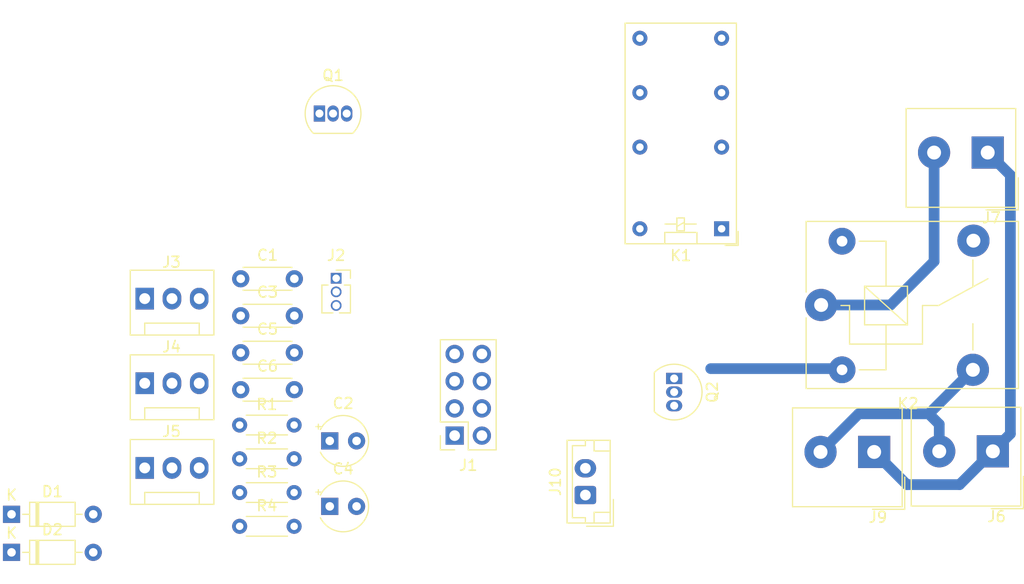
<source format=kicad_pcb>
(kicad_pcb (version 20240108) (generator "pcbnew") (generator_version "8.0")
  (layers (0 "F.Cu" signal) (31 "B.Cu" signal) (34 "B.Paste" user) (35 "F.Paste" user) (36 "B.SilkS" user "B.Silkscreen") (37 "F.SilkS" user "F.Silkscreen") (38 "B.Mask" user) (39 "F.Mask" user) (44 "Edge.Cuts" user))
  (net 0 "")
  (net 1 "+5V")
  (net 2 "GND")
  (net 3 "+3.3V")
  (net 4 "Net-(D1-A)")
  (net 5 "Net-(D2-A)")
  (net 6 "RxD")
  (net 7 "CH_PD")
  (net 8 "TxD")
  (net 9 "GPIO_0")
  (net 10 "GPIO_2")
  (net 11 "Reset")
  (net 12 "IN1_L")
  (net 13 "IN1_R")
  (net 14 "GNDA")
  (net 15 "IN2_L")
  (net 16 "IN2_R")
  (net 17 "OUT_R")
  (net 18 "OUT_L")
  (net 19 "N")
  (net 20 "L_IN")
  (net 21 "L_OUT")
  (net 23 "Net-(Q1-B)")
  (net 24 "Net-(Q2-B)")
  (net 25 "AUX_pin")
  (net 26 "AMP_pin")
  (footprint "Capacitor_THT:C_Disc_D4.3mm_W1.9mm_P5.00mm" (layer "F.Cu") (at 70.985712 76.084)
    (property "Reference" "C5" (at 2.5 -2.2 0) (layer "F.SilkS"))
    (property "Value" "100n")
    (fp_line (start 0.23 -1.07) (end 0.23 -1.055) (stroke (width 0.12)) (layer "F.SilkS"))
    (fp_line (start 0.23 -1.07) (end 4.77 -1.07) (stroke (width 0.12)) (layer "F.SilkS"))
    (fp_line (start 0.23 1.055) (end 0.23 1.07) (stroke (width 0.12)) (layer "F.SilkS"))
    (fp_line (start 0.23 1.07) (end 4.77 1.07) (stroke (width 0.12)) (layer "F.SilkS"))
    (fp_line (start 4.77 -1.07) (end 4.77 -1.055) (stroke (width 0.12)) (layer "F.SilkS"))
    (fp_line (start 4.77 1.055) (end 4.77 1.07) (stroke (width 0.12)) (layer "F.SilkS"))
    (pad "1" thru_hole circle (at 0 0) (size 1.6 1.6) (drill 0.8) (layers "*.Cu" "*.Mask") (net 1 "+5V"))
    (pad "2" thru_hole circle (at 5 0) (size 1.6 1.6) (drill 0.8) (layers "*.Cu" "*.Mask") (net 2 "GND"))
  )
  (footprint "Resistor_THT:R_Axial_DIN0204_L3.6mm_D1.6mm_P5.08mm_Horizontal" (layer "F.Cu") (at 70.885712 92.284)
    (property "Reference" "R4" (at 2.54 -1.92 0) (layer "F.SilkS"))
    (property "Value" "2k")
    (fp_line (start 0.62 -0.92) (end 4.46 -0.92) (stroke (width 0.12)) (layer "F.SilkS"))
    (fp_line (start 0.62 0.92) (end 4.46 0.92) (stroke (width 0.12)) (layer "F.SilkS"))
    (pad "1" thru_hole circle (at 0 0) (size 1.4 1.4) (drill 0.7) (layers "*.Cu" "*.Mask") (net 26 "AMP_pin"))
    (pad "2" thru_hole oval (at 5.08 0) (size 1.4 1.4) (drill 0.7) (layers "*.Cu" "*.Mask") (net 24 "Net-(Q2-B)"))
  )
  (footprint "Capacitor_THT:CP_Radial_Tantal_D4.5mm_P2.50mm" (layer "F.Cu") (at 79.288 90.424)
    (property "Reference" "C4" (at 1.25 -3.5 0) (layer "F.SilkS"))
    (property "Value" "100u")
    (fp_line (start -1.287288 -1.335) (end -0.837288 -1.335) (stroke (width 0.12)) (layer "F.SilkS"))
    (fp_line (start -1.062288 -1.56) (end -1.062288 -1.11) (stroke (width 0.12)) (layer "F.SilkS"))
    (fp_arc (start -0.869741 -1.06) (mid 3.62 0) (end -0.869741 1.06) (stroke (width 0.12)) (layer "F.SilkS"))
    (pad "1" thru_hole rect (at 0 0) (size 1.6 1.6) (drill 0.8) (layers "*.Cu" "*.Mask") (net 1 "+5V"))
    (pad "2" thru_hole circle (at 2.5 0) (size 1.6 1.6) (drill 0.8) (layers "*.Cu" "*.Mask") (net 2 "GND"))
  )
  (footprint "Package_TO_SOT_THT:TO-92_Inline" (layer "F.Cu") (at 111.4 78.486 -90)
    (property "Reference" "Q2" (at 1.27 -3.56 90) (layer "F.SilkS"))
    (property "Value" "BC337")
    (fp_line (start -0.53 1.85) (end 3.07 1.85) (stroke (width 0.12)) (layer "F.SilkS"))
    (fp_arc (start -0.568478 1.838478) (mid -1.132087 -0.994977) (end 1.27 -2.6) (stroke (width 0.12)) (layer "F.SilkS"))
    (fp_arc (start 1.27 -2.6) (mid 3.672087 -0.994977) (end 3.108478 1.838478) (stroke (width 0.12)) (layer "F.SilkS"))
    (pad "1" thru_hole rect (at 0 0 270) (size 1.05 1.5) (drill 0.75) (layers "*.Cu" "*.Mask") (net 4 "Net-(D1-A)"))
    (pad "2" thru_hole oval (at 1.27 0 270) (size 1.05 1.5) (drill 0.75) (layers "*.Cu" "*.Mask") (net 24 "Net-(Q2-B)"))
    (pad "3" thru_hole oval (at 2.54 0 270) (size 1.05 1.5) (drill 0.75) (layers "*.Cu" "*.Mask") (net 2 "GND"))
  )
  (footprint "Diode_THT:D_DO-35_SOD27_P7.62mm_Horizontal" (layer "F.Cu") (at 49.615712 91.164)
    (property "Reference" "D1" (at 3.81 -2.12 0) (layer "F.SilkS"))
    (property "Value" "1N4148")
    (fp_line (start 1.04 0) (end 1.69 0) (stroke (width 0.12)) (layer "F.SilkS"))
    (fp_line (start 1.69 -1.12) (end 1.69 1.12) (stroke (width 0.12)) (layer "F.SilkS"))
    (fp_line (start 1.69 1.12) (end 5.93 1.12) (stroke (width 0.12)) (layer "F.SilkS"))
    (fp_line (start 2.29 -1.12) (end 2.29 1.12) (stroke (width 0.12)) (layer "F.SilkS"))
    (fp_line (start 2.41 -1.12) (end 2.41 1.12) (stroke (width 0.12)) (layer "F.SilkS"))
    (fp_line (start 2.53 -1.12) (end 2.53 1.12) (stroke (width 0.12)) (layer "F.SilkS"))
    (fp_line (start 5.93 -1.12) (end 1.69 -1.12) (stroke (width 0.12)) (layer "F.SilkS"))
    (fp_line (start 5.93 1.12) (end 5.93 -1.12) (stroke (width 0.12)) (layer "F.SilkS"))
    (fp_line (start 6.58 0) (end 5.93 0) (stroke (width 0.12)) (layer "F.SilkS"))
    (fp_text user "K" (at 0 -1.8 0) (layer "F.SilkS"))
    (pad "1" thru_hole rect (at 0 0) (size 1.6 1.6) (drill 0.8) (layers "*.Cu" "*.Mask") (net 1 "+5V"))
    (pad "2" thru_hole oval (at 7.62 0) (size 1.6 1.6) (drill 0.8) (layers "*.Cu" "*.Mask") (net 4 "Net-(D1-A)"))
  )
  (footprint "TerminalBlock_Altech:Altech_AK100_1x02_P5.00mm" (layer "F.Cu") (at 130.048 85.344 180)
    (property "Reference" "J9" (at -0.35 -6.09 360) (layer "F.SilkS"))
    (property "Value" "LIVE_OUT_SMP")
    (fp_line (start 7.61 -5.11) (end 7.61 4.11) (stroke (width 0.12)) (layer "F.SilkS"))
    (fp_line (start -2.61 4.11) (end 7.61 4.11) (stroke (width 0.12)) (layer "F.SilkS"))
    (fp_line (start -2.61 -5.11) (end 7.61 -5.11) (stroke (width 0.12)) (layer "F.SilkS"))
    (fp_line (start -2.61 -5.11) (end -2.61 4.11) (stroke (width 0.12)) (layer "F.SilkS"))
    (fp_line (start -2.85 -2.35) (end -2.85 -5.35) (stroke (width 0.12)) (layer "F.SilkS"))
    (fp_line (start -2.85 -5.35) (end 0.15 -5.35) (stroke (width 0.12)) (layer "F.SilkS"))
    (pad "1" thru_hole rect (at 0 0 180) (size 3 3) (drill 1.3) (layers "*.Cu" "*.Mask") (net 19 "N"))
    (pad "2" thru_hole circle (at 5 0 180) (size 3 3) (drill 1.3) (layers "*.Cu" "*.Mask") (net 20 "L_IN"))
  )
  (footprint "Capacitor_THT:C_Disc_D4.3mm_W1.9mm_P5.00mm" (layer "F.Cu") (at 70.985712 72.634)
    (property "Reference" "C3" (at 2.5 -2.2 0) (layer "F.SilkS"))
    (property "Value" "100n")
    (fp_line (start 0.23 -1.07) (end 0.23 -1.055) (stroke (width 0.12)) (layer "F.SilkS"))
    (fp_line (start 0.23 -1.07) (end 4.77 -1.07) (stroke (width 0.12)) (layer "F.SilkS"))
    (fp_line (start 0.23 1.055) (end 0.23 1.07) (stroke (width 0.12)) (layer "F.SilkS"))
    (fp_line (start 0.23 1.07) (end 4.77 1.07) (stroke (width 0.12)) (layer "F.SilkS"))
    (fp_line (start 4.77 -1.07) (end 4.77 -1.055) (stroke (width 0.12)) (layer "F.SilkS"))
    (fp_line (start 4.77 1.055) (end 4.77 1.07) (stroke (width 0.12)) (layer "F.SilkS"))
    (pad "1" thru_hole circle (at 0 0) (size 1.6 1.6) (drill 0.8) (layers "*.Cu" "*.Mask") (net 3 "+3.3V"))
    (pad "2" thru_hole circle (at 5 0) (size 1.6 1.6) (drill 0.8) (layers "*.Cu" "*.Mask") (net 2 "GND"))
  )
  (footprint "Capacitor_THT:CP_Radial_Tantal_D4.5mm_P2.50mm" (layer "F.Cu") (at 79.288 84.314)
    (property "Reference" "C2" (at 1.25 -3.5 0) (layer "F.SilkS"))
    (property "Value" "100u")
    (fp_line (start -1.287288 -1.335) (end -0.837288 -1.335) (stroke (width 0.12)) (layer "F.SilkS"))
    (fp_line (start -1.062288 -1.56) (end -1.062288 -1.11) (stroke (width 0.12)) (layer "F.SilkS"))
    (fp_arc (start -0.869741 -1.06) (mid 3.62 0) (end -0.869741 1.06) (stroke (width 0.12)) (layer "F.SilkS"))
    (pad "1" thru_hole rect (at 0 0) (size 1.6 1.6) (drill 0.8) (layers "*.Cu" "*.Mask") (net 3 "+3.3V"))
    (pad "2" thru_hole circle (at 2.5 0) (size 1.6 1.6) (drill 0.8) (layers "*.Cu" "*.Mask") (net 2 "GND"))
  )
  (footprint "Diode_THT:D_DO-35_SOD27_P7.62mm_Horizontal" (layer "F.Cu") (at 49.615712 94.714)
    (property "Reference" "D2" (at 3.81 -2.12 0) (layer "F.SilkS"))
    (property "Value" "1N4148")
    (fp_line (start 1.04 0) (end 1.69 0) (stroke (width 0.12)) (layer "F.SilkS"))
    (fp_line (start 1.69 -1.12) (end 1.69 1.12) (stroke (width 0.12)) (layer "F.SilkS"))
    (fp_line (start 1.69 1.12) (end 5.93 1.12) (stroke (width 0.12)) (layer "F.SilkS"))
    (fp_line (start 2.29 -1.12) (end 2.29 1.12) (stroke (width 0.12)) (layer "F.SilkS"))
    (fp_line (start 2.41 -1.12) (end 2.41 1.12) (stroke (width 0.12)) (layer "F.SilkS"))
    (fp_line (start 2.53 -1.12) (end 2.53 1.12) (stroke (width 0.12)) (layer "F.SilkS"))
    (fp_line (start 5.93 -1.12) (end 1.69 -1.12) (stroke (width 0.12)) (layer "F.SilkS"))
    (fp_line (start 5.93 1.12) (end 5.93 -1.12) (stroke (width 0.12)) (layer "F.SilkS"))
    (fp_line (start 6.58 0) (end 5.93 0) (stroke (width 0.12)) (layer "F.SilkS"))
    (fp_text user "K" (at 0 -1.8 0) (layer "F.SilkS"))
    (pad "1" thru_hole rect (at 0 0) (size 1.6 1.6) (drill 0.8) (layers "*.Cu" "*.Mask") (net 1 "+5V"))
    (pad "2" thru_hole oval (at 7.62 0) (size 1.6 1.6) (drill 0.8) (layers "*.Cu" "*.Mask") (net 5 "Net-(D2-A)"))
  )
  (footprint "Connector:FanPinHeader_1x03_P2.54mm_Vertical" (layer "F.Cu") (at 62.035712 78.934)
    (property "Reference" "J4" (at 2.5 -3.4 0) (layer "F.SilkS"))
    (property "Value" "INPUT_2")
    (fp_line (start -1.35 -2.65) (end 6.45 -2.65) (stroke (width 0.12)) (layer "F.SilkS"))
    (fp_line (start -1.35 3.4) (end -1.35 -2.65) (stroke (width 0.12)) (layer "F.SilkS"))
    (fp_line (start 0 2.29) (end 5.08 2.29) (stroke (width 0.12)) (layer "F.SilkS"))
    (fp_line (start 0 3.3) (end 0 2.29) (stroke (width 0.12)) (layer "F.SilkS"))
    (fp_line (start 5.08 2.29) (end 5.08 3.3) (stroke (width 0.12)) (layer "F.SilkS"))
    (fp_line (start 6.45 -2.65) (end 6.45 3.4) (stroke (width 0.12)) (layer "F.SilkS"))
    (fp_line (start 6.45 3.4) (end -1.35 3.4) (stroke (width 0.12)) (layer "F.SilkS"))
    (pad "1" thru_hole rect (at 0 0 90) (size 2.03 1.73) (drill 1.02) (layers "*.Cu" "*.Mask") (net 14 "GNDA"))
    (pad "2" thru_hole oval (at 2.54 0 90) (size 2.03 1.73) (drill 1.02) (layers "*.Cu" "*.Mask") (net 15 "IN2_L"))
    (pad "3" thru_hole oval (at 5.08 0 90) (size 2.03 1.73) (drill 1.02) (layers "*.Cu" "*.Mask") (net 16 "IN2_R"))
  )
  (footprint "Capacitor_THT:C_Disc_D4.3mm_W1.9mm_P5.00mm" (layer "F.Cu") (at 70.985712 79.534)
    (property "Reference" "C6" (at 2.5 -2.2 0) (layer "F.SilkS"))
    (property "Value" "100n")
    (fp_line (start 0.23 -1.07) (end 0.23 -1.055) (stroke (width 0.12)) (layer "F.SilkS"))
    (fp_line (start 0.23 -1.07) (end 4.77 -1.07) (stroke (width 0.12)) (layer "F.SilkS"))
    (fp_line (start 0.23 1.055) (end 0.23 1.07) (stroke (width 0.12)) (layer "F.SilkS"))
    (fp_line (start 0.23 1.07) (end 4.77 1.07) (stroke (width 0.12)) (layer "F.SilkS"))
    (fp_line (start 4.77 -1.07) (end 4.77 -1.055) (stroke (width 0.12)) (layer "F.SilkS"))
    (fp_line (start 4.77 1.055) (end 4.77 1.07) (stroke (width 0.12)) (layer "F.SilkS"))
    (pad "1" thru_hole circle (at 0 0) (size 1.6 1.6) (drill 0.8) (layers "*.Cu" "*.Mask") (net 1 "+5V"))
    (pad "2" thru_hole circle (at 5 0) (size 1.6 1.6) (drill 0.8) (layers "*.Cu" "*.Mask") (net 2 "GND"))
  )
  (footprint "Connector_JST:JST_EH_B2B-EH-A_1x02_P2.50mm_Vertical" (layer "F.Cu") (at 103.124 89.368 90)
    (property "Reference" "J10" (at 1.25 -2.8 90) (layer "F.SilkS"))
    (property "Value" "5V_IN")
    (fp_line (start 5.11 -1.71) (end -2.61 -1.71) (stroke (width 0.12)) (layer "F.SilkS"))
    (fp_line (start -2.61 -1.71) (end -2.61 2.31) (stroke (width 0.12)) (layer "F.SilkS"))
    (fp_line (start 4.61 -1.21) (end 4.61 0) (stroke (width 0.12)) (layer "F.SilkS"))
    (fp_line (start -2.11 -1.21) (end 4.61 -1.21) (stroke (width 0.12)) (layer "F.SilkS"))
    (fp_line (start 4.61 0) (end 5.11 0) (stroke (width 0.12)) (layer "F.SilkS"))
    (fp_line (start -2.11 0) (end -2.11 -1.21) (stroke (width 0.12)) (layer "F.SilkS"))
    (fp_line (start -2.61 0) (end -2.11 0) (stroke (width 0.12)) (layer "F.SilkS"))
    (fp_line (start -2.91 0.11) (end -2.91 2.61) (stroke (width 0.12)) (layer "F.SilkS"))
    (fp_line (start 5.11 0.81) (end 4.11 0.81) (stroke (width 0.12)) (layer "F.SilkS"))
    (fp_line (start 4.11 0.81) (end 4.11 2.31) (stroke (width 0.12)) (layer "F.SilkS"))
    (fp_line (start -1.61 0.81) (end -1.61 2.31) (stroke (width 0.12)) (layer "F.SilkS"))
    (fp_line (start -2.61 0.81) (end -1.61 0.81) (stroke (width 0.12)) (layer "F.SilkS"))
    (fp_line (start 5.11 2.31) (end 5.11 -1.71) (stroke (width 0.12)) (layer "F.SilkS"))
    (fp_line (start -2.61 2.31) (end 5.11 2.31) (stroke (width 0.12)) (layer "F.SilkS"))
    (fp_line (start -2.91 2.61) (end -0.41 2.61) (stroke (width 0.12)) (layer "F.SilkS"))
    (pad "1" thru_hole roundrect (at 0 0 90) (size 1.7 2) (drill 1) (layers "*.Cu" "*.Mask") (roundrect_rratio 0.147059) (net 2 "GND"))
    (pad "2" thru_hole oval (at 2.5 0 90) (size 1.7 2) (drill 1) (layers "*.Cu" "*.Mask") (net 1 "+5V"))
  )
  (footprint "Capacitor_THT:C_Disc_D4.3mm_W1.9mm_P5.00mm" (layer "F.Cu") (at 70.985712 69.184)
    (property "Reference" "C1" (at 2.5 -2.2 0) (layer "F.SilkS"))
    (property "Value" "100n")
    (fp_line (start 0.23 -1.07) (end 0.23 -1.055) (stroke (width 0.12)) (layer "F.SilkS"))
    (fp_line (start 0.23 -1.07) (end 4.77 -1.07) (stroke (width 0.12)) (layer "F.SilkS"))
    (fp_line (start 0.23 1.055) (end 0.23 1.07) (stroke (width 0.12)) (layer "F.SilkS"))
    (fp_line (start 0.23 1.07) (end 4.77 1.07) (stroke (width 0.12)) (layer "F.SilkS"))
    (fp_line (start 4.77 -1.07) (end 4.77 -1.055) (stroke (width 0.12)) (layer "F.SilkS"))
    (fp_line (start 4.77 1.055) (end 4.77 1.07) (stroke (width 0.12)) (layer "F.SilkS"))
    (pad "1" thru_hole circle (at 0 0) (size 1.6 1.6) (drill 0.8) (layers "*.Cu" "*.Mask") (net 1 "+5V"))
    (pad "2" thru_hole circle (at 5 0) (size 1.6 1.6) (drill 0.8) (layers "*.Cu" "*.Mask") (net 2 "GND"))
  )
  (footprint "Relay_THT:Relay_SPDT_SANYOU_SRD_Series_Form_C" (layer "F.Cu") (at 125.104 71.628)
    (property "Reference" "K2" (at 8.1 9.2 360) (layer "F.SilkS"))
    (property "Value" "SANYOU_SRD_Form_C")
    (fp_line (start -1.4 -7.8) (end -1.4 -1.2) (stroke (width 0.12)) (layer "F.SilkS"))
    (fp_line (start -1.4 -7.8) (end 18.4 -7.8) (stroke (width 0.12)) (layer "F.SilkS"))
    (fp_line (start -1.4 1.2) (end -1.4 7.8) (stroke (width 0.12)) (layer "F.SilkS"))
    (fp_line (start 2.65 0.05) (end 1.85 0.05) (stroke (width 0.12)) (layer "F.SilkS"))
    (fp_line (start 2.65 0.05) (end 2.65 3.65) (stroke (width 0.12)) (layer "F.SilkS"))
    (fp_line (start 3.55 6.05) (end 6.05 6.05) (stroke (width 0.12)) (layer "F.SilkS"))
    (fp_line (start 4.05 -1.75) (end 8.05 -1.75) (stroke (width 0.12)) (layer "F.SilkS"))
    (fp_line (start 4.05 1.85) (end 4.05 -1.75) (stroke (width 0.12)) (layer "F.SilkS"))
    (fp_line (start 6.05 -5.95) (end 3.55 -5.95) (stroke (width 0.12)) (layer "F.SilkS"))
    (fp_line (start 6.05 -5.95) (end 6.05 -1.75) (stroke (width 0.12)) (layer "F.SilkS"))
    (fp_line (start 6.05 1.85) (end 6.05 6.05) (stroke (width 0.12)) (layer "F.SilkS"))
    (fp_line (start 8.05 -1.75) (end 8.05 1.85) (stroke (width 0.12)) (layer "F.SilkS"))
    (fp_line (start 8.05 1.85) (end 4.05 -1.75) (stroke (width 0.12)) (layer "F.SilkS"))
    (fp_line (start 8.05 1.85) (end 4.05 1.85) (stroke (width 0.12)) (layer "F.SilkS"))
    (fp_line (start 9.45 0.05) (end 9.45 3.65) (stroke (width 0.12)) (layer "F.SilkS"))
    (fp_line (start 9.45 0.05) (end 10.95 0.05) (stroke (width 0.12)) (layer "F.SilkS"))
    (fp_line (start 9.45 3.65) (end 2.65 3.65) (stroke (width 0.12)) (layer "F.SilkS"))
    (fp_line (start 10.95 0.05) (end 15.55 -2.45) (stroke (width 0.12)) (layer "F.SilkS"))
    (fp_line (start 14.15 -4.2) (end 14.15 -1.7) (stroke (width 0.12)) (layer "F.SilkS"))
    (fp_line (start 14.15 4.2) (end 14.15 1.75) (stroke (width 0.12)) (layer "F.SilkS"))
    (fp_line (start 18.4 -7.8) (end 18.4 7.8) (stroke (width 0.12)) (layer "F.SilkS"))
    (fp_line (start 18.4 7.8) (end -1.4 7.8) (stroke (width 0.12)) (layer "F.SilkS"))
    (pad "1" thru_hole circle (at 0 0 90) (size 3 3) (drill 1.3) (layers "*.Cu" "*.Mask") (net 21 "L_OUT"))
    (pad "2" thru_hole circle (at 1.95 6.05 90) (size 2.5 2.5) (drill 1) (layers "*.Cu" "*.Mask") (net 4 "Net-(D1-A)"))
    (pad "3" thru_hole circle (at 14.15 6.05 90) (size 3 3) (drill 1.3) (layers "*.Cu" "*.Mask") (net 20 "L_IN"))
    (pad "4" thru_hole circle (at 14.2 -6 90) (size 3 3) (drill 1.3) (layers "*.Cu" "*.Mask"))
    (pad "5" thru_hole circle (at 1.95 -5.95 90) (size 2.5 2.5) (drill 1) (layers "*.Cu" "*.Mask") (net 1 "+5V"))
  )
  (footprint "Connector:FanPinHeader_1x03_P2.54mm_Vertical" (layer "F.Cu") (at 62.035712 86.834)
    (property "Reference" "J5" (at 2.5 -3.4 0) (layer "F.SilkS"))
    (property "Value" "OUTPUT")
    (fp_line (start -1.35 -2.65) (end 6.45 -2.65) (stroke (width 0.12)) (layer "F.SilkS"))
    (fp_line (start -1.35 3.4) (end -1.35 -2.65) (stroke (width 0.12)) (layer "F.SilkS"))
    (fp_line (start 0 2.29) (end 5.08 2.29) (stroke (width 0.12)) (layer "F.SilkS"))
    (fp_line (start 0 3.3) (end 0 2.29) (stroke (width 0.12)) (layer "F.SilkS"))
    (fp_line (start 5.08 2.29) (end 5.08 3.3) (stroke (width 0.12)) (layer "F.SilkS"))
    (fp_line (start 6.45 -2.65) (end 6.45 3.4) (stroke (width 0.12)) (layer "F.SilkS"))
    (fp_line (start 6.45 3.4) (end -1.35 3.4) (stroke (width 0.12)) (layer "F.SilkS"))
    (pad "1" thru_hole rect (at 0 0 90) (size 2.03 1.73) (drill 1.02) (layers "*.Cu" "*.Mask") (net 14 "GNDA"))
    (pad "2" thru_hole oval (at 2.54 0 90) (size 2.03 1.73) (drill 1.02) (layers "*.Cu" "*.Mask") (net 18 "OUT_L"))
    (pad "3" thru_hole oval (at 5.08 0 90) (size 2.03 1.73) (drill 1.02) (layers "*.Cu" "*.Mask") (net 17 "OUT_R"))
  )
  (footprint "TerminalBlock_Altech:Altech_AK100_1x02_P5.00mm" (layer "F.Cu") (at 140.636 57.404 180)
    (property "Reference" "J7" (at -0.35 -6.09 360) (layer "F.SilkS"))
    (property "Value" "LIVE_OUT")
    (fp_line (start 7.61 -5.11) (end 7.61 4.11) (stroke (width 0.12)) (layer "F.SilkS"))
    (fp_line (start -2.61 4.11) (end 7.61 4.11) (stroke (width 0.12)) (layer "F.SilkS"))
    (fp_line (start -2.61 -5.11) (end 7.61 -5.11) (stroke (width 0.12)) (layer "F.SilkS"))
    (fp_line (start -2.61 -5.11) (end -2.61 4.11) (stroke (width 0.12)) (layer "F.SilkS"))
    (fp_line (start -2.85 -2.35) (end -2.85 -5.35) (stroke (width 0.12)) (layer "F.SilkS"))
    (fp_line (start -2.85 -5.35) (end 0.15 -5.35) (stroke (width 0.12)) (layer "F.SilkS"))
    (pad "1" thru_hole rect (at 0 0 180) (size 3 3) (drill 1.3) (layers "*.Cu" "*.Mask") (net 19 "N"))
    (pad "2" thru_hole circle (at 5 0 180) (size 3 3) (drill 1.3) (layers "*.Cu" "*.Mask") (net 21 "L_OUT"))
  )
  (footprint "Resistor_THT:R_Axial_DIN0204_L3.6mm_D1.6mm_P5.08mm_Horizontal" (layer "F.Cu") (at 70.885712 82.834)
    (property "Reference" "R1" (at 2.54 -1.92 0) (layer "F.SilkS"))
    (property "Value" "2k")
    (fp_line (start 0.62 -0.92) (end 4.46 -0.92) (stroke (width 0.12)) (layer "F.SilkS"))
    (fp_line (start 0.62 0.92) (end 4.46 0.92) (stroke (width 0.12)) (layer "F.SilkS"))
    (pad "1" thru_hole circle (at 0 0) (size 1.4 1.4) (drill 0.7) (layers "*.Cu" "*.Mask") (net 25 "AUX_pin"))
    (pad "2" thru_hole oval (at 5.08 0) (size 1.4 1.4) (drill 0.7) (layers "*.Cu" "*.Mask") (net 23 "Net-(Q1-B)"))
  )
  (footprint "Package_TO_SOT_THT:TO-92_Inline" (layer "F.Cu") (at 78.325712 53.764)
    (property "Reference" "Q1" (at 1.27 -3.56 0) (layer "F.SilkS"))
    (property "Value" "BC337")
    (fp_line (start -0.53 1.85) (end 3.07 1.85) (stroke (width 0.12)) (layer "F.SilkS"))
    (fp_arc (start -0.568478 1.838478) (mid -1.132087 -0.994977) (end 1.27 -2.6) (stroke (width 0.12)) (layer "F.SilkS"))
    (fp_arc (start 1.27 -2.6) (mid 3.672087 -0.994977) (end 3.108478 1.838478) (stroke (width 0.12)) (layer "F.SilkS"))
    (pad "1" thru_hole rect (at 0 0) (size 1.05 1.5) (drill 0.75) (layers "*.Cu" "*.Mask") (net 5 "Net-(D2-A)"))
    (pad "2" thru_hole oval (at 1.27 0) (size 1.05 1.5) (drill 0.75) (layers "*.Cu" "*.Mask") (net 23 "Net-(Q1-B)"))
    (pad "3" thru_hole oval (at 2.54 0) (size 1.05 1.5) (drill 0.75) (layers "*.Cu" "*.Mask") (net 2 "GND"))
  )
  (footprint "Connector_PinSocket_2.54mm:PinSocket_2x04_P2.54mm_Vertical" (layer "F.Cu") (at 90.932 83.82 180)
    (property "Reference" "J1" (at -1.27 -2.77 360) (layer "F.SilkS"))
    (property "Value" "Conn_02x04_Counter_Clockwise")
    (fp_line (start 1.33 1.27) (end 1.33 8.95) (stroke (width 0.12)) (layer "F.SilkS"))
    (fp_line (start 1.33 -1.33) (end 1.33 0) (stroke (width 0.12)) (layer "F.SilkS"))
    (fp_line (start 0 -1.33) (end 1.33 -1.33) (stroke (width 0.12)) (layer "F.SilkS"))
    (fp_line (start -1.27 1.27) (end 1.33 1.27) (stroke (width 0.12)) (layer "F.SilkS"))
    (fp_line (start -1.27 -1.33) (end -1.27 1.27) (stroke (width 0.12)) (layer "F.SilkS"))
    (fp_line (start -3.87 8.95) (end 1.33 8.95) (stroke (width 0.12)) (layer "F.SilkS"))
    (fp_line (start -3.87 -1.33) (end -1.27 -1.33) (stroke (width 0.12)) (layer "F.SilkS"))
    (fp_line (start -3.87 -1.33) (end -3.87 8.95) (stroke (width 0.12)) (layer "F.SilkS"))
    (pad "1" thru_hole rect (at 0 0 180) (size 1.7 1.7) (drill 1) (layers "*.Cu" "*.Mask") (net 6 "RxD"))
    (pad "2" thru_hole oval (at -2.54 0 180) (size 1.7 1.7) (drill 1) (layers "*.Cu" "*.Mask") (net 9 "GPIO_0"))
    (pad "3" thru_hole oval (at 0 2.54 180) (size 1.7 1.7) (drill 1) (layers "*.Cu" "*.Mask") (net 10 "GPIO_2"))
    (pad "4" thru_hole oval (at -2.54 2.54 180) (size 1.7 1.7) (drill 1) (layers "*.Cu" "*.Mask") (net 2 "GND"))
    (pad "5" thru_hole oval (at 0 5.08 180) (size 1.7 1.7) (drill 1) (layers "*.Cu" "*.Mask") (net 8 "TxD"))
    (pad "6" thru_hole oval (at -2.54 5.08 180) (size 1.7 1.7) (drill 1) (layers "*.Cu" "*.Mask") (net 7 "CH_PD"))
    (pad "7" thru_hole oval (at 0 7.62 180) (size 1.7 1.7) (drill 1) (layers "*.Cu" "*.Mask") (net 11 "Reset"))
    (pad "8" thru_hole oval (at -2.54 7.62 180) (size 1.7 1.7) (drill 1) (layers "*.Cu" "*.Mask") (net 3 "+3.3V"))
  )
  (footprint "Resistor_THT:R_Axial_DIN0204_L3.6mm_D1.6mm_P5.08mm_Horizontal" (layer "F.Cu") (at 70.885712 89.134)
    (property "Reference" "R3" (at 2.54 -1.92 0) (layer "F.SilkS"))
    (property "Value" "10k")
    (fp_line (start 0.62 -0.92) (end 4.46 -0.92) (stroke (width 0.12)) (layer "F.SilkS"))
    (fp_line (start 0.62 0.92) (end 4.46 0.92) (stroke (width 0.12)) (layer "F.SilkS"))
    (pad "1" thru_hole circle (at 0 0) (size 1.4 1.4) (drill 0.7) (layers "*.Cu" "*.Mask") (net 2 "GND"))
    (pad "2" thru_hole oval (at 5.08 0) (size 1.4 1.4) (drill 0.7) (layers "*.Cu" "*.Mask") (net 26 "AMP_pin"))
  )
  (footprint "TerminalBlock_Altech:Altech_AK100_1x02_P5.00mm" (layer "F.Cu") (at 141.1165 85.2845 180)
    (property "Reference" "J6" (at -0.35 -6.09 360) (layer "F.SilkS"))
    (property "Value" "LIVE_IN")
    (fp_line (start 7.61 -5.11) (end 7.61 4.11) (stroke (width 0.12)) (layer "F.SilkS"))
    (fp_line (start -2.61 4.11) (end 7.61 4.11) (stroke (width 0.12)) (layer "F.SilkS"))
    (fp_line (start -2.61 -5.11) (end 7.61 -5.11) (stroke (width 0.12)) (layer "F.SilkS"))
    (fp_line (start -2.61 -5.11) (end -2.61 4.11) (stroke (width 0.12)) (layer "F.SilkS"))
    (fp_line (start -2.85 -2.35) (end -2.85 -5.35) (stroke (width 0.12)) (layer "F.SilkS"))
    (fp_line (start -2.85 -5.35) (end 0.15 -5.35) (stroke (width 0.12)) (layer "F.SilkS"))
    (pad "1" thru_hole rect (at 0 0 180) (size 3 3) (drill 1.3) (layers "*.Cu" "*.Mask") (net 19 "N"))
    (pad "2" thru_hole circle (at 5 0 180) (size 3 3) (drill 1.3) (layers "*.Cu" "*.Mask") (net 20 "L_IN"))
  )
  (footprint "Resistor_THT:R_Axial_DIN0204_L3.6mm_D1.6mm_P5.08mm_Horizontal" (layer "F.Cu") (at 70.885712 85.984)
    (property "Reference" "R2" (at 2.54 -1.92 0) (layer "F.SilkS"))
    (property "Value" "10k")
    (fp_line (start 0.62 -0.92) (end 4.46 -0.92) (stroke (width 0.12)) (layer "F.SilkS"))
    (fp_line (start 0.62 0.92) (end 4.46 0.92) (stroke (width 0.12)) (layer "F.SilkS"))
    (pad "1" thru_hole circle (at 0 0) (size 1.4 1.4) (drill 0.7) (layers "*.Cu" "*.Mask") (net 2 "GND"))
    (pad "2" thru_hole oval (at 5.08 0) (size 1.4 1.4) (drill 0.7) (layers "*.Cu" "*.Mask") (net 25 "AUX_pin"))
  )
  (footprint "Connector:FanPinHeader_1x03_P2.54mm_Vertical" (layer "F.Cu") (at 62.035712 71.034)
    (property "Reference" "J3" (at 2.5 -3.4 0) (layer "F.SilkS"))
    (property "Value" "INPUT_1")
    (fp_line (start -1.35 -2.65) (end 6.45 -2.65) (stroke (width 0.12)) (layer "F.SilkS"))
    (fp_line (start -1.35 3.4) (end -1.35 -2.65) (stroke (width 0.12)) (layer "F.SilkS"))
    (fp_line (start 0 2.29) (end 5.08 2.29) (stroke (width 0.12)) (layer "F.SilkS"))
    (fp_line (start 0 3.3) (end 0 2.29) (stroke (width 0.12)) (layer "F.SilkS"))
    (fp_line (start 5.08 2.29) (end 5.08 3.3) (stroke (width 0.12)) (layer "F.SilkS"))
    (fp_line (start 6.45 -2.65) (end 6.45 3.4) (stroke (width 0.12)) (layer "F.SilkS"))
    (fp_line (start 6.45 3.4) (end -1.35 3.4) (stroke (width 0.12)) (layer "F.SilkS"))
    (pad "1" thru_hole rect (at 0 0 90) (size 2.03 1.73) (drill 1.02) (layers "*.Cu" "*.Mask") (net 14 "GNDA"))
    (pad "2" thru_hole oval (at 2.54 0 90) (size 2.03 1.73) (drill 1.02) (layers "*.Cu" "*.Mask") (net 12 "IN1_L"))
    (pad "3" thru_hole oval (at 5.08 0 90) (size 2.03 1.73) (drill 1.02) (layers "*.Cu" "*.Mask") (net 13 "IN1_R"))
  )
  (footprint "Connector_PinSocket_1.27mm:PinSocket_1x03_P1.27mm_Vertical" (layer "F.Cu") (at 79.885712 69.134)
    (property "Reference" "J2" (at 0 -2.135 0) (layer "F.SilkS"))
    (property "Value" "Conn_01x03")
    (fp_line (start -1.33 0.635) (end -1.33 3.235) (stroke (width 0.12)) (layer "F.SilkS"))
    (fp_line (start -1.33 0.635) (end -0.76 0.635) (stroke (width 0.12)) (layer "F.SilkS"))
    (fp_line (start -1.33 3.235) (end -0.30753 3.235) (stroke (width 0.12)) (layer "F.SilkS"))
    (fp_line (start 0 -0.76) (end 1.33 -0.76) (stroke (width 0.12)) (layer "F.SilkS"))
    (fp_line (start 0.30753 3.235) (end 1.33 3.235) (stroke (width 0.12)) (layer "F.SilkS"))
    (fp_line (start 0.76 0.635) (end 1.33 0.635) (stroke (width 0.12)) (layer "F.SilkS"))
    (fp_line (start 1.33 -0.76) (end 1.33 0) (stroke (width 0.12)) (layer "F.SilkS"))
    (fp_line (start 1.33 0.635) (end 1.33 3.235) (stroke (width 0.12)) (layer "F.SilkS"))
    (pad "1" thru_hole rect (at 0 0) (size 1 1) (drill 0.7) (layers "*.Cu" "*.Mask") (net 1 "+5V"))
    (pad "2" thru_hole oval (at 0 1.27) (size 1 1) (drill 0.7) (layers "*.Cu" "*.Mask") (net 2 "GND"))
    (pad "3" thru_hole oval (at 0 2.54) (size 1 1) (drill 0.7) (layers "*.Cu" "*.Mask") (net 3 "+3.3V"))
  )
  (footprint "Relay_THT:Relay_DPDT_Omron_G5V-2" (layer "F.Cu") (at 115.824 64.516 180)
    (property "Reference" "K1" (at 3.81 -2.5 360) (layer "F.SilkS"))
    (property "Value" "HRS2H-S-DC5V-N")
    (fp_line (start 9 19.19) (end 9 -1.4) (stroke (width 0.12)) (layer "F.SilkS"))
    (fp_line (start 9 -1.4) (end -1.38 -1.4) (stroke (width 0.12)) (layer "F.SilkS"))
    (fp_line (start 5.3 -0.34) (end 5.3 -1.4) (stroke (width 0.12)) (layer "F.SilkS"))
    (fp_line (start 4.17 1.01) (end 4.17 -0.19) (stroke (width 0.12)) (layer "F.SilkS"))
    (fp_line (start 4.17 0.44) (end 5.27 0.44) (stroke (width 0.12)) (layer "F.SilkS"))
    (fp_line (start 4.17 -0.19) (end 3.47 -0.19) (stroke (width 0.12)) (layer "F.SilkS"))
    (fp_line (start 3.47 1.01) (end 4.17 1.01) (stroke (width 0.12)) (layer "F.SilkS"))
    (fp_line (start 3.47 0.61) (end 4.17 0.21) (stroke (width 0.12)) (layer "F.SilkS"))
    (fp_line (start 3.47 0.44) (end 2.37 0.44) (stroke (width 0.12)) (layer "F.SilkS"))
    (fp_line (start 3.47 -0.19) (end 3.47 1.01) (stroke (width 0.12)) (layer "F.SilkS"))
    (fp_line (start 2.3 -0.34) (end 5.3 -0.34) (stroke (width 0.12)) (layer "F.SilkS"))
    (fp_line (start 2.3 -1.4) (end 2.3 -0.36) (stroke (width 0.12)) (layer "F.SilkS"))
    (fp_line (start -1.38 19.19) (end 9 19.19) (stroke (width 0.12)) (layer "F.SilkS"))
    (fp_line (start -1.38 -1.4) (end -1.38 19.19) (stroke (width 0.12)) (layer "F.SilkS"))
    (fp_line (start -1.54 -0.25) (end -1.54 -1.55) (stroke (width 0.12)) (layer "F.SilkS"))
    (fp_line (start -1.54 -1.55) (end -0.33 -1.55) (stroke (width 0.12)) (layer "F.SilkS"))
    (pad "1" thru_hole rect (at 0 0 180) (size 1.4 1.4) (drill 0.7) (layers "*.Cu" "*.Mask") (net 1 "+5V"))
    (pad "4" thru_hole circle (at 0 7.62 180) (size 1.4 1.4) (drill 0.7) (layers "*.Cu" "*.Mask") (net 17 "OUT_R"))
    (pad "6" thru_hole circle (at 0 12.7 180) (size 1.4 1.4) (drill 0.7) (layers "*.Cu" "*.Mask") (net 16 "IN2_R"))
    (pad "8" thru_hole circle (at 0 17.78 180) (size 1.4 1.4) (drill 0.7) (layers "*.Cu" "*.Mask") (net 13 "IN1_R"))
    (pad "9" thru_hole circle (at 7.62 17.78 180) (size 1.4 1.4) (drill 0.7) (layers "*.Cu" "*.Mask") (net 12 "IN1_L"))
    (pad "11" thru_hole circle (at 7.62 12.7 180) (size 1.4 1.4) (drill 0.7) (layers "*.Cu" "*.Mask") (net 15 "IN2_L"))
    (pad "13" thru_hole circle (at 7.62 7.62 180) (size 1.4 1.4) (drill 0.7) (layers "*.Cu" "*.Mask") (net 18 "OUT_L"))
    (pad "16" thru_hole circle (at 7.62 0 180) (size 1.4 1.4) (drill 0.7) (layers "*.Cu" "*.Mask") (net 5 "Net-(D2-A)"))
  )
  (segment (start 127.054 77.678) (end 126.945 77.569) (width 1) (layer "B.Cu") (net 4))
  (segment (start 126.945 77.569) (end 114.808 77.569) (width 1) (layer "B.Cu") (net 4))
  (segment (start 133.096 88.392) (end 138.009 88.392) (width 1) (layer "B.Cu") (net 19))
  (segment (start 141.1165 85.2845) (end 142.748 83.653) (width 1) (layer "B.Cu") (net 19))
  (segment (start 138.009 88.392) (end 141.1165 85.2845) (width 1) (layer "B.Cu") (net 19))
  (segment (start 142.748 83.653) (end 142.748 59.516) (width 1) (layer "B.Cu") (net 19))
  (segment (start 130.048 85.344) (end 133.096 88.392) (width 1) (layer "B.Cu") (net 19))
  (segment (start 142.748 59.516) (end 140.636 57.404) (width 1) (layer "B.Cu") (net 19))
  (segment (start 136.1165 82.7605) (end 135.144 81.788) (width 1) (layer "B.Cu") (net 20))
  (segment (start 128.604 81.788) (end 135.144 81.788) (width 1) (layer "B.Cu") (net 20))
  (segment (start 135.144 81.788) (end 139.254 77.678) (width 1) (layer "B.Cu") (net 20))
  (segment (start 136.1165 85.2845) (end 136.1165 82.7605) (width 1) (layer "B.Cu") (net 20))
  (segment (start 125.048 85.344) (end 128.604 81.788) (width 1) (layer "B.Cu") (net 20))
  (segment (start 135.636 67.564) (end 135.636 57.404) (width 1) (layer "B.Cu") (net 21))
  (segment (start 125.104 71.628) (end 131.572 71.628) (width 1) (layer "B.Cu") (net 21))
  (segment (start 131.572 71.628) (end 135.636 67.564) (width 1) (layer "B.Cu") (net 21))
)
</source>
